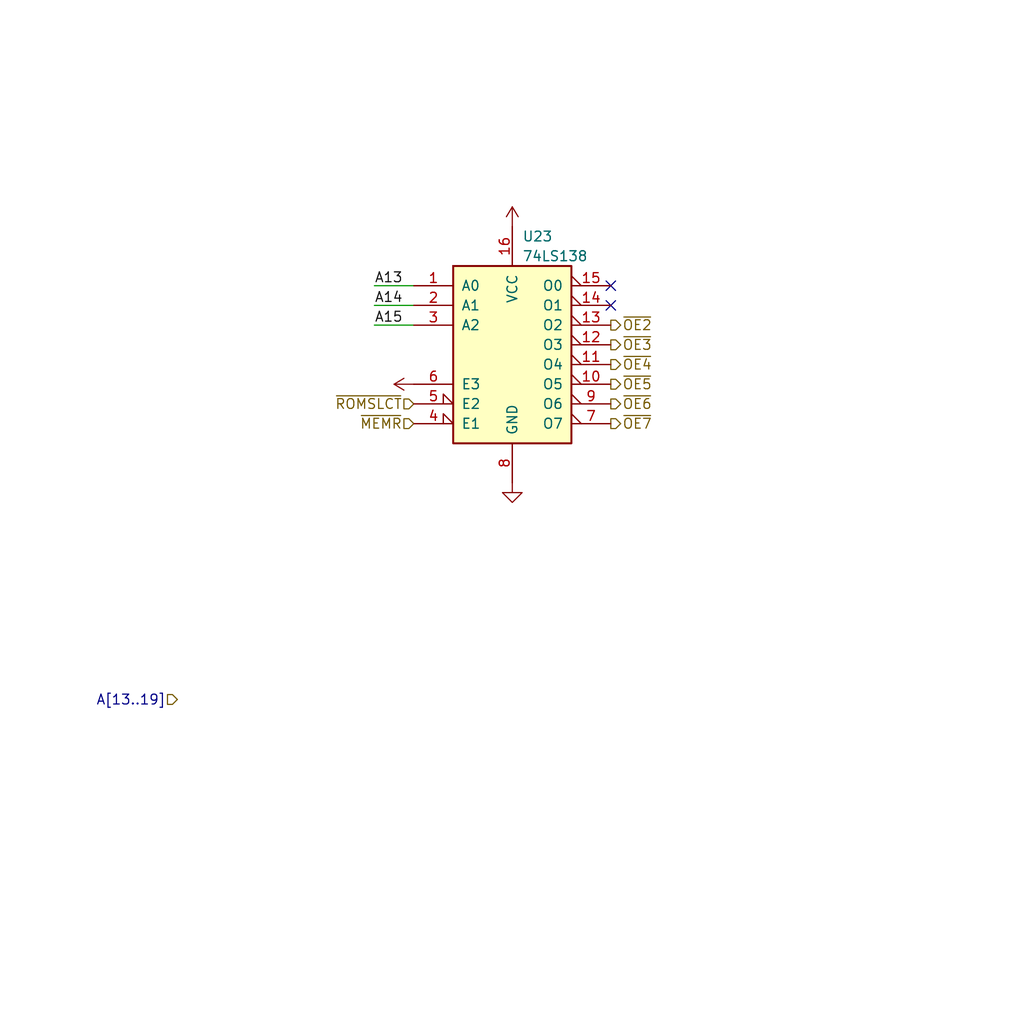
<source format=kicad_sch>
(kicad_sch (version 20211123) (generator eeschema)
  (paper "User" 132.004 132.004)
  (title_block (title "ROMCTRL"))
  (lib_symbols
    (symbol "74xx:74LS138" (pin_names (offset 1.016))
      (property "Reference" "U" (at -7.62 11.43 0))
      (property "Value" "74LS138" (at -7.62 -13.97 0))
      (symbol "74LS138_1_0"
        (pin input line (at -12.7 7.62 0) (length 5.08) (name "A0") (number "1"))
        (pin output output_low (at 12.7 -5.08 180) (length 5.08) (name "O5") (number "10"))
        (pin output output_low (at 12.7 -2.54 180) (length 5.08) (name "O4") (number "11"))
        (pin output output_low (at 12.7 0 180) (length 5.08) (name "O3") (number "12"))
        (pin output output_low (at 12.7 2.54 180) (length 5.08) (name "O2") (number "13"))
        (pin output output_low (at 12.7 5.08 180) (length 5.08) (name "O1") (number "14"))
        (pin output output_low (at 12.7 7.62 180) (length 5.08) (name "O0") (number "15"))
        (pin power_in line (at 0 15.24 270) (length 5.08) (name "VCC") (number "16"))
        (pin input line (at -12.7 5.08 0) (length 5.08) (name "A1") (number "2"))
        (pin input line (at -12.7 2.54 0) (length 5.08) (name "A2") (number "3"))
        (pin input input_low (at -12.7 -10.16 0) (length 5.08) (name "E1") (number "4"))
        (pin input input_low (at -12.7 -7.62 0) (length 5.08) (name "E2") (number "5"))
        (pin input line (at -12.7 -5.08 0) (length 5.08) (name "E3") (number "6"))
        (pin output output_low (at 12.7 -10.16 180) (length 5.08) (name "O7") (number "7"))
        (pin power_in line (at 0 -17.78 90) (length 5.08) (name "GND") (number "8"))
        (pin output output_low (at 12.7 -7.62 180) (length 5.08) (name "O6") (number "9"))
      )
      (symbol "74LS138_1_1"
        (rectangle (start -7.62 10.16) (end 7.62 -12.7) (stroke (width 0.254)) (fill (type background)))
      )
    )
    (symbol "power:GND" (power) (pin_names (offset 0))
      (property "Value" "GND" (at 0 -3.81 0))
      (symbol "GND_0_1"
        (polyline (pts (xy 0 0) (xy 0 -1.27) (xy 1.27 -1.27) (xy 0 -2.54) (xy -1.27 -1.27) (xy 0 -1.27)))
      )
      (symbol "GND_1_1"
        (pin power_in line (at 0 0 270) (length 0) hide (name "GND") (number "1"))
      )
    )
    (symbol "power:VCC" (power) (pin_names (offset 0))
      (property "Value" "VCC" (at 0 3.81 0))
      (symbol "VCC_0_1"
        (polyline (pts (xy -0.762 1.27) (xy 0 2.54)))
        (polyline (pts (xy 0 0) (xy 0 2.54)))
        (polyline (pts (xy 0 2.54) (xy 0.762 1.27)))
      )
      (symbol "VCC_1_1"
        (pin power_in line (at 0 0 90) (length 0) hide (name "VCC") (number "1"))
      )
    )
  )
  (no_connect (at 78.74 39.37))
  (no_connect (at 78.74 36.83))
  (wire (pts (xy 48.26 39.37) (xy 53.34 39.37)))
  (wire (pts (xy 48.26 41.91) (xy 53.34 41.91)))
  (wire (pts (xy 48.26 36.83) (xy 53.34 36.83)))
  (label "A14" (at 48.26 39.37 0))
  (label "A15" (at 48.26 41.91 0))
  (label "A13" (at 48.26 36.83 0))
  (hierarchical_label "~{OE4}" (shape output) (at 78.74 46.99 0))
  (hierarchical_label "A[13..19]" (shape input) (at 22.86 90.17 180))
  (hierarchical_label "~{OE5}" (shape output) (at 78.74 49.53 0))
  (hierarchical_label "~{OE2}" (shape output) (at 78.74 41.91 0))
  (hierarchical_label "~{OE6}" (shape output) (at 78.74 52.07 0))
  (hierarchical_label "~{OE3}" (shape output) (at 78.74 44.45 0))
  (hierarchical_label "~{ROMSLCT}" (shape input) (at 53.34 52.07 180))
  (hierarchical_label "~{OE7}" (shape output) (at 78.74 54.61 0))
  (hierarchical_label "~{MEMR}" (shape input) (at 53.34 54.61 180))
  (symbol (lib_id "power:VCC") (at 66.04 29.21 0) (unit 1)
    (property "Reference" "#PWR0264" (effects hide))
    (property "Value" "VCC" (effects hide))
  )
  (symbol (lib_id "power:VCC") (at 53.34 49.53 90) (unit 1)
    (property "Reference" "#PWR0263" (effects hide))
    (property "Value" "VCC" (effects hide))
  )
  (symbol (lib_id "74xx:74LS138") (at 66.04 44.45 0) (unit 1)
    (property "Reference" "U23" (at 67.31 30.48 0) (effects (justify left)))
    (property "Value" "74LS138" (at 67.31 33.02 0) (effects (justify left)))
    (property "Datasheet" "http://www.ti.com/lit/gpn/sn74LS138" (effects hide))
  )
  (symbol (lib_id "power:GND") (at 66.04 62.23 0) (unit 1)
    (property "Reference" "#PWR0262" (effects hide))
    (property "Value" "GND" (effects hide))
  )
)
</source>
